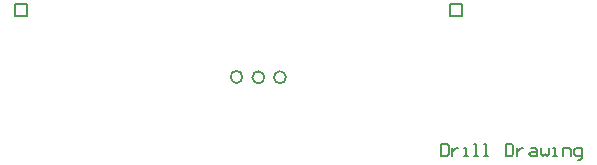
<source format=gbr>
G04 Layer_Color=2752767*
%FSLAX43Y43*%
%MOMM*%
%TF.FileFunction,Drawing*%
%TF.Part,Single*%
G01*
G75*
%TA.AperFunction,NonConductor*%
%ADD11C,0.150*%
%ADD21C,0.127*%
%ADD22C,0.169*%
D11*
X45864Y-12361D02*
Y-11695D01*
X46364D01*
X46531Y-11861D01*
Y-12361D01*
X46864Y-12194D02*
X47031Y-12361D01*
X47530D01*
Y-12528D02*
Y-11695D01*
X47031D01*
X46864Y-11861D01*
Y-12194D01*
X47197Y-12694D02*
X47364D01*
X47530Y-12528D01*
X45364Y-12361D02*
X45198D01*
Y-11695D01*
X45031D01*
X44698D02*
Y-12194D01*
X44531Y-12361D01*
X44365Y-12194D01*
X44198Y-12361D01*
X44032Y-12194D01*
Y-11695D01*
X43532D02*
X43698Y-11861D01*
Y-12361D01*
X43199D01*
X43032Y-12194D01*
X43199Y-12028D01*
X43698D01*
X43532Y-11695D02*
X43199D01*
X42532D02*
X42365D01*
X42199Y-11861D01*
X42032Y-12028D01*
Y-12361D01*
Y-11695D01*
X45031Y-12361D02*
X45364D01*
X41532D02*
X41699Y-12194D01*
Y-11528D01*
X41532Y-11361D01*
X41033D01*
Y-12361D01*
X41532D01*
X39533D02*
X39366D01*
Y-11361D01*
X39200D01*
X38533D02*
X38367D01*
X38533D02*
Y-12361D01*
X38700D01*
X38367D01*
X37867D02*
X37700D01*
Y-11695D01*
X37534D01*
X37034D02*
X36867D01*
X36701Y-11861D01*
X36534Y-12028D01*
Y-12361D01*
Y-11695D01*
X36201Y-11528D02*
X36034Y-11361D01*
X35534D01*
Y-12361D01*
X36034D01*
X36201Y-12194D01*
Y-11528D01*
X37534Y-12361D02*
X37867D01*
X39200D02*
X39533D01*
D21*
X36342Y-508D02*
Y508D01*
X37358D01*
Y-508D01*
X36342D01*
X508Y-508D02*
X-508D01*
Y508D01*
X508D01*
Y-508D01*
D22*
X22431Y-5677D02*
G03*
X22431Y-5677I-508J0D01*
G01*
X20607Y-5684D02*
G03*
X20607Y-5684I-508J0D01*
G01*
X18754Y-5647D02*
G03*
X18754Y-5647I-508J0D01*
G01*
%TF.MD5,9b43b0e4e0a11bd45f4b6da0831ed7d9*%
M02*

</source>
